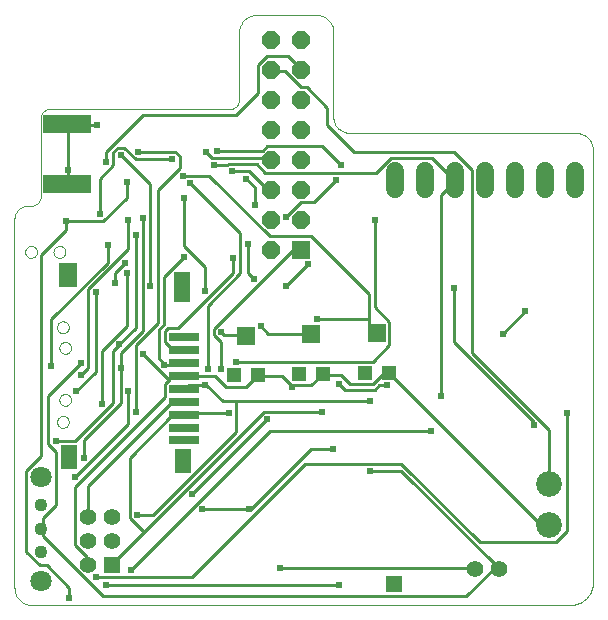
<source format=gbl>
G75*
%MOIN*%
%OFA0B0*%
%FSLAX24Y24*%
%IPPOS*%
%LPD*%
%AMOC8*
5,1,8,0,0,1.08239X$1,22.5*
%
%ADD10C,0.0000*%
%ADD11C,0.0436*%
%ADD12C,0.0709*%
%ADD13R,0.0531X0.0791*%
%ADD14R,0.0591X0.0815*%
%ADD15R,0.0531X0.0806*%
%ADD16R,0.1000X0.0295*%
%ADD17R,0.0531X0.1000*%
%ADD18R,0.1600X0.0600*%
%ADD19R,0.0560X0.0560*%
%ADD20C,0.0560*%
%ADD21R,0.0600X0.0600*%
%ADD22OC8,0.0600*%
%ADD23C,0.0600*%
%ADD24R,0.0591X0.0630*%
%ADD25R,0.0472X0.0472*%
%ADD26C,0.0860*%
%ADD27C,0.0100*%
%ADD28C,0.0240*%
D10*
X002038Y000848D02*
X002038Y013148D01*
X002041Y013188D01*
X002048Y013227D01*
X002058Y013266D01*
X002072Y013304D01*
X002089Y013340D01*
X002110Y013374D01*
X002133Y013407D01*
X002160Y013437D01*
X002189Y013464D01*
X002220Y013489D01*
X002254Y013511D01*
X002290Y013529D01*
X002327Y013545D01*
X002365Y013556D01*
X002404Y013565D01*
X002444Y013569D01*
X002484Y013570D01*
X002587Y013570D01*
X002586Y013570D02*
X002623Y013573D01*
X002659Y013580D01*
X002694Y013590D01*
X002728Y013605D01*
X002760Y013622D01*
X002790Y013643D01*
X002818Y013667D01*
X002843Y013694D01*
X002865Y013723D01*
X002884Y013755D01*
X002900Y013788D01*
X002912Y013823D01*
X002921Y013858D01*
X002925Y013895D01*
X002926Y013931D01*
X002924Y016531D01*
X002925Y016531D02*
X002927Y016563D01*
X002933Y016594D01*
X002942Y016624D01*
X002955Y016653D01*
X002972Y016680D01*
X002991Y016705D01*
X003014Y016728D01*
X003039Y016747D01*
X003066Y016764D01*
X003095Y016777D01*
X003125Y016786D01*
X003156Y016792D01*
X003188Y016794D01*
X009212Y016794D01*
X009244Y016796D01*
X009276Y016801D01*
X009307Y016809D01*
X009337Y016821D01*
X009366Y016835D01*
X009392Y016853D01*
X009417Y016873D01*
X009440Y016896D01*
X009460Y016921D01*
X009478Y016948D01*
X009492Y016976D01*
X009504Y017006D01*
X009512Y017037D01*
X009517Y017069D01*
X009519Y017101D01*
X009519Y019323D01*
X009521Y019372D01*
X009527Y019420D01*
X009536Y019468D01*
X009549Y019515D01*
X009566Y019561D01*
X009587Y019605D01*
X009611Y019647D01*
X009638Y019688D01*
X009668Y019726D01*
X009701Y019762D01*
X009737Y019795D01*
X009775Y019825D01*
X009816Y019852D01*
X009858Y019876D01*
X009902Y019897D01*
X009948Y019914D01*
X009995Y019927D01*
X010043Y019936D01*
X010091Y019942D01*
X010140Y019944D01*
X012090Y019944D01*
X012135Y019942D01*
X012180Y019937D01*
X012225Y019928D01*
X012269Y019916D01*
X012311Y019900D01*
X012352Y019881D01*
X012392Y019859D01*
X012430Y019834D01*
X012465Y019806D01*
X012499Y019775D01*
X012530Y019741D01*
X012558Y019706D01*
X012583Y019668D01*
X012605Y019628D01*
X012624Y019587D01*
X012640Y019545D01*
X012652Y019501D01*
X012661Y019456D01*
X012666Y019411D01*
X012668Y019366D01*
X012668Y016534D01*
X012670Y016490D01*
X012675Y016447D01*
X012684Y016405D01*
X012697Y016363D01*
X012712Y016322D01*
X012732Y016283D01*
X012754Y016246D01*
X012779Y016210D01*
X012807Y016177D01*
X012838Y016146D01*
X012871Y016118D01*
X012907Y016093D01*
X012944Y016071D01*
X012983Y016051D01*
X013024Y016036D01*
X013066Y016023D01*
X013108Y016014D01*
X013151Y016009D01*
X013195Y016007D01*
X020717Y016007D01*
X020765Y016005D01*
X020813Y015999D01*
X020860Y015990D01*
X020906Y015977D01*
X020952Y015960D01*
X020995Y015940D01*
X021037Y015917D01*
X021077Y015890D01*
X021115Y015860D01*
X021150Y015827D01*
X021183Y015792D01*
X021213Y015754D01*
X021240Y015714D01*
X021263Y015672D01*
X021283Y015629D01*
X021300Y015583D01*
X021313Y015537D01*
X021322Y015490D01*
X021328Y015442D01*
X021330Y015394D01*
X021330Y001050D01*
X021328Y000996D01*
X021323Y000942D01*
X021313Y000889D01*
X021301Y000837D01*
X021284Y000785D01*
X021265Y000735D01*
X021241Y000686D01*
X021215Y000639D01*
X021185Y000594D01*
X021153Y000551D01*
X021117Y000510D01*
X021079Y000472D01*
X021038Y000436D01*
X020995Y000404D01*
X020950Y000374D01*
X020903Y000348D01*
X020854Y000324D01*
X020804Y000305D01*
X020752Y000288D01*
X020700Y000276D01*
X020647Y000266D01*
X020593Y000261D01*
X020539Y000259D01*
X002628Y000259D01*
X002582Y000261D01*
X002536Y000266D01*
X002491Y000275D01*
X002446Y000288D01*
X002403Y000304D01*
X002361Y000323D01*
X002320Y000346D01*
X002282Y000371D01*
X002245Y000400D01*
X002212Y000432D01*
X002180Y000465D01*
X002151Y000502D01*
X002126Y000540D01*
X002103Y000581D01*
X002084Y000623D01*
X002068Y000666D01*
X002055Y000711D01*
X002046Y000756D01*
X002041Y000802D01*
X002039Y000848D01*
X003456Y006369D02*
X003458Y006396D01*
X003464Y006423D01*
X003473Y006449D01*
X003486Y006473D01*
X003502Y006496D01*
X003521Y006515D01*
X003543Y006532D01*
X003567Y006546D01*
X003592Y006556D01*
X003619Y006563D01*
X003646Y006566D01*
X003674Y006565D01*
X003701Y006560D01*
X003727Y006552D01*
X003751Y006540D01*
X003774Y006524D01*
X003795Y006506D01*
X003812Y006485D01*
X003827Y006461D01*
X003838Y006436D01*
X003846Y006410D01*
X003850Y006383D01*
X003850Y006355D01*
X003846Y006328D01*
X003838Y006302D01*
X003827Y006277D01*
X003812Y006253D01*
X003795Y006232D01*
X003774Y006214D01*
X003752Y006198D01*
X003727Y006186D01*
X003701Y006178D01*
X003674Y006173D01*
X003646Y006172D01*
X003619Y006175D01*
X003592Y006182D01*
X003567Y006192D01*
X003543Y006206D01*
X003521Y006223D01*
X003502Y006242D01*
X003486Y006265D01*
X003473Y006289D01*
X003464Y006315D01*
X003458Y006342D01*
X003456Y006369D01*
X003532Y007105D02*
X003534Y007132D01*
X003540Y007159D01*
X003549Y007185D01*
X003562Y007209D01*
X003578Y007232D01*
X003597Y007251D01*
X003619Y007268D01*
X003643Y007282D01*
X003668Y007292D01*
X003695Y007299D01*
X003722Y007302D01*
X003750Y007301D01*
X003777Y007296D01*
X003803Y007288D01*
X003827Y007276D01*
X003850Y007260D01*
X003871Y007242D01*
X003888Y007221D01*
X003903Y007197D01*
X003914Y007172D01*
X003922Y007146D01*
X003926Y007119D01*
X003926Y007091D01*
X003922Y007064D01*
X003914Y007038D01*
X003903Y007013D01*
X003888Y006989D01*
X003871Y006968D01*
X003850Y006950D01*
X003828Y006934D01*
X003803Y006922D01*
X003777Y006914D01*
X003750Y006909D01*
X003722Y006908D01*
X003695Y006911D01*
X003668Y006918D01*
X003643Y006928D01*
X003619Y006942D01*
X003597Y006959D01*
X003578Y006978D01*
X003562Y007001D01*
X003549Y007025D01*
X003540Y007051D01*
X003534Y007078D01*
X003532Y007105D01*
X003532Y008838D02*
X003534Y008865D01*
X003540Y008892D01*
X003549Y008918D01*
X003562Y008942D01*
X003578Y008965D01*
X003597Y008984D01*
X003619Y009001D01*
X003643Y009015D01*
X003668Y009025D01*
X003695Y009032D01*
X003722Y009035D01*
X003750Y009034D01*
X003777Y009029D01*
X003803Y009021D01*
X003827Y009009D01*
X003850Y008993D01*
X003871Y008975D01*
X003888Y008954D01*
X003903Y008930D01*
X003914Y008905D01*
X003922Y008879D01*
X003926Y008852D01*
X003926Y008824D01*
X003922Y008797D01*
X003914Y008771D01*
X003903Y008746D01*
X003888Y008722D01*
X003871Y008701D01*
X003850Y008683D01*
X003828Y008667D01*
X003803Y008655D01*
X003777Y008647D01*
X003750Y008642D01*
X003722Y008641D01*
X003695Y008644D01*
X003668Y008651D01*
X003643Y008661D01*
X003619Y008675D01*
X003597Y008692D01*
X003578Y008711D01*
X003562Y008734D01*
X003549Y008758D01*
X003540Y008784D01*
X003534Y008811D01*
X003532Y008838D01*
X003456Y009523D02*
X003458Y009550D01*
X003464Y009577D01*
X003473Y009603D01*
X003486Y009627D01*
X003502Y009650D01*
X003521Y009669D01*
X003543Y009686D01*
X003567Y009700D01*
X003592Y009710D01*
X003619Y009717D01*
X003646Y009720D01*
X003674Y009719D01*
X003701Y009714D01*
X003727Y009706D01*
X003751Y009694D01*
X003774Y009678D01*
X003795Y009660D01*
X003812Y009639D01*
X003827Y009615D01*
X003838Y009590D01*
X003846Y009564D01*
X003850Y009537D01*
X003850Y009509D01*
X003846Y009482D01*
X003838Y009456D01*
X003827Y009431D01*
X003812Y009407D01*
X003795Y009386D01*
X003774Y009368D01*
X003752Y009352D01*
X003727Y009340D01*
X003701Y009332D01*
X003674Y009327D01*
X003646Y009326D01*
X003619Y009329D01*
X003592Y009336D01*
X003567Y009346D01*
X003543Y009360D01*
X003521Y009377D01*
X003502Y009396D01*
X003486Y009419D01*
X003473Y009443D01*
X003464Y009469D01*
X003458Y009496D01*
X003456Y009523D01*
X003337Y012035D02*
X003339Y012062D01*
X003345Y012089D01*
X003354Y012115D01*
X003367Y012139D01*
X003383Y012162D01*
X003402Y012181D01*
X003424Y012198D01*
X003448Y012212D01*
X003473Y012222D01*
X003500Y012229D01*
X003527Y012232D01*
X003555Y012231D01*
X003582Y012226D01*
X003608Y012218D01*
X003632Y012206D01*
X003655Y012190D01*
X003676Y012172D01*
X003693Y012151D01*
X003708Y012127D01*
X003719Y012102D01*
X003727Y012076D01*
X003731Y012049D01*
X003731Y012021D01*
X003727Y011994D01*
X003719Y011968D01*
X003708Y011943D01*
X003693Y011919D01*
X003676Y011898D01*
X003655Y011880D01*
X003633Y011864D01*
X003608Y011852D01*
X003582Y011844D01*
X003555Y011839D01*
X003527Y011838D01*
X003500Y011841D01*
X003473Y011848D01*
X003448Y011858D01*
X003424Y011872D01*
X003402Y011889D01*
X003383Y011908D01*
X003367Y011931D01*
X003354Y011955D01*
X003345Y011981D01*
X003339Y012008D01*
X003337Y012035D01*
X002393Y012035D02*
X002395Y012062D01*
X002401Y012089D01*
X002410Y012115D01*
X002423Y012139D01*
X002439Y012162D01*
X002458Y012181D01*
X002480Y012198D01*
X002504Y012212D01*
X002529Y012222D01*
X002556Y012229D01*
X002583Y012232D01*
X002611Y012231D01*
X002638Y012226D01*
X002664Y012218D01*
X002688Y012206D01*
X002711Y012190D01*
X002732Y012172D01*
X002749Y012151D01*
X002764Y012127D01*
X002775Y012102D01*
X002783Y012076D01*
X002787Y012049D01*
X002787Y012021D01*
X002783Y011994D01*
X002775Y011968D01*
X002764Y011943D01*
X002749Y011919D01*
X002732Y011898D01*
X002711Y011880D01*
X002689Y011864D01*
X002664Y011852D01*
X002638Y011844D01*
X002611Y011839D01*
X002583Y011838D01*
X002556Y011841D01*
X002529Y011848D01*
X002504Y011858D01*
X002480Y011872D01*
X002458Y011889D01*
X002439Y011908D01*
X002423Y011931D01*
X002410Y011955D01*
X002401Y011981D01*
X002395Y012008D01*
X002393Y012035D01*
D11*
X002928Y003601D03*
X002928Y002814D03*
X002928Y002027D03*
D12*
X002928Y001082D03*
X002928Y004546D03*
D13*
X007658Y005073D03*
D14*
X003824Y011251D03*
D15*
X003857Y005198D03*
D16*
X007703Y005767D03*
X007703Y006180D03*
X007703Y006613D03*
X007703Y007046D03*
X007703Y007479D03*
X007703Y007912D03*
X007703Y008346D03*
X007703Y008779D03*
X007703Y009212D03*
D17*
X007625Y010857D03*
D18*
X003775Y014286D03*
X003775Y016286D03*
D19*
X005279Y001613D03*
X014692Y000960D03*
D20*
X017393Y001464D03*
X018180Y001464D03*
X005279Y002401D03*
X005279Y003188D03*
X004491Y003188D03*
X004491Y002401D03*
X004491Y001613D03*
D21*
X011594Y012113D03*
D22*
X011594Y013113D03*
X011594Y014113D03*
X011594Y015113D03*
X011594Y016113D03*
X011594Y017113D03*
X011594Y018113D03*
X011594Y019113D03*
X010594Y019113D03*
X010594Y018113D03*
X010594Y017113D03*
X010594Y016113D03*
X010594Y015113D03*
X010594Y014113D03*
X010594Y013113D03*
X010594Y012113D03*
D23*
X014727Y014124D02*
X014727Y014724D01*
X015727Y014724D02*
X015727Y014124D01*
X016727Y014124D02*
X016727Y014724D01*
X017727Y014724D02*
X017727Y014124D01*
X018727Y014124D02*
X018727Y014724D01*
X019727Y014724D02*
X019727Y014124D01*
X020727Y014124D02*
X020727Y014724D01*
D24*
X014121Y009318D03*
X011916Y009286D03*
X009755Y009239D03*
D25*
X010149Y007930D03*
X009361Y007930D03*
X011523Y007977D03*
X012310Y007977D03*
X013727Y008009D03*
X014515Y008009D03*
D26*
X019857Y004310D03*
X019857Y002932D03*
D27*
X019853Y002966D01*
X019558Y002966D01*
X014515Y008009D01*
X014489Y007985D01*
X014342Y007985D01*
X013997Y007641D01*
X013210Y007641D01*
X012914Y007936D01*
X012324Y007936D01*
X012310Y007977D01*
X012275Y007936D01*
X011930Y007592D01*
X011290Y007592D01*
X011290Y007542D01*
X011290Y007592D02*
X011241Y007592D01*
X010946Y007887D01*
X010158Y007887D01*
X010149Y007930D01*
X010109Y007887D01*
X009765Y007542D01*
X009076Y007542D01*
X008731Y007887D01*
X007747Y007887D01*
X007703Y007912D01*
X007698Y007887D01*
X007304Y007887D01*
X007181Y007764D01*
X006320Y008625D01*
X006074Y008920D02*
X006074Y006706D01*
X005828Y006312D02*
X005828Y007395D01*
X005582Y007001D02*
X005582Y008182D01*
X005582Y008674D01*
X006320Y009412D01*
X006320Y013153D01*
X005828Y013103D02*
X005828Y012119D01*
X004499Y010790D01*
X004499Y008182D01*
X004253Y007936D01*
X004253Y008330D02*
X003170Y007247D01*
X003170Y005623D01*
X003416Y005377D01*
X003416Y003605D01*
X002973Y003162D01*
X002973Y002818D01*
X002928Y002814D01*
X002973Y002769D01*
X002973Y002572D01*
X004991Y000554D01*
X017097Y000554D01*
X018082Y001538D01*
X018180Y001464D01*
X018180Y001489D01*
X014932Y004737D01*
X013899Y004737D01*
X014932Y004983D02*
X011733Y004983D01*
X007944Y001194D01*
X004745Y001194D01*
X005090Y000948D02*
X012865Y000948D01*
X010897Y001489D02*
X017393Y001489D01*
X017393Y001464D01*
X017540Y002375D02*
X014932Y004983D01*
X015916Y006066D02*
X010552Y006066D01*
X005926Y001440D01*
X005286Y001637D02*
X005279Y001613D01*
X005286Y001637D02*
X006344Y002695D01*
X005877Y003162D01*
X005877Y005180D01*
X007304Y006607D01*
X007698Y006607D01*
X007703Y006613D01*
X007747Y006657D01*
X009174Y006657D01*
X008977Y007050D02*
X008436Y007592D01*
X008387Y007592D01*
X007845Y007592D01*
X007747Y007493D01*
X007703Y007479D01*
X007703Y007046D02*
X007698Y007001D01*
X007255Y007001D01*
X004499Y004245D01*
X004499Y003212D01*
X004491Y003188D01*
X004056Y002277D02*
X004056Y004196D01*
X007058Y007198D01*
X007058Y007641D01*
X007181Y007764D01*
X007009Y008281D02*
X007009Y008330D01*
X006861Y008477D01*
X006861Y009462D01*
X007009Y009609D01*
X007009Y011184D01*
X007698Y011873D01*
X007698Y012218D02*
X008387Y011529D01*
X008387Y010741D01*
X008485Y010249D02*
X009568Y011332D01*
X009568Y012661D01*
X007895Y014334D01*
X007649Y014580D02*
X008534Y014580D01*
X010552Y012562D01*
X011930Y012562D01*
X013849Y010643D01*
X013849Y009806D01*
X012127Y009806D01*
X011881Y009314D02*
X011916Y009286D01*
X011881Y009314D02*
X010503Y009314D01*
X010257Y009560D01*
X009755Y009239D02*
X009716Y009265D01*
X009027Y009265D01*
X008928Y009363D01*
X008682Y009265D02*
X008682Y009462D01*
X011290Y012070D01*
X011586Y012070D01*
X011594Y012113D01*
X011832Y011627D02*
X011094Y010889D01*
X010011Y011135D02*
X009814Y011332D01*
X009814Y012316D01*
X009322Y011824D02*
X009322Y011332D01*
X007501Y009511D01*
X007156Y009511D01*
X007058Y009412D01*
X007058Y009019D01*
X007255Y008822D01*
X007698Y008822D01*
X007703Y008779D01*
X007703Y008346D02*
X007698Y008330D01*
X007649Y008281D01*
X007009Y008281D01*
X006074Y008920D02*
X006812Y009659D01*
X006812Y014088D01*
X007550Y014826D01*
X007550Y015220D01*
X007403Y015367D01*
X006172Y015367D01*
X006074Y015121D02*
X007304Y015121D01*
X006566Y014285D02*
X005582Y015269D01*
X005680Y015515D02*
X005483Y015515D01*
X005336Y015367D01*
X005336Y014924D01*
X004893Y014481D01*
X004893Y013300D01*
X004991Y013054D02*
X003761Y013054D01*
X003761Y012759D01*
X002924Y011922D01*
X002924Y005229D01*
X002432Y004737D01*
X002432Y002031D01*
X002875Y001588D01*
X003121Y001588D01*
X003859Y000849D01*
X003859Y000505D01*
X004491Y001613D02*
X004450Y001637D01*
X004450Y001883D01*
X004056Y002277D01*
X006123Y003261D02*
X006664Y003261D01*
X009420Y006017D01*
X009420Y007050D01*
X013899Y007050D01*
X014046Y007444D02*
X013062Y007444D01*
X012865Y007641D01*
X012275Y006706D02*
X010355Y006706D01*
X006344Y002695D01*
X007944Y003950D02*
X010454Y006460D01*
X009420Y007050D02*
X008977Y007050D01*
X008928Y008133D02*
X008928Y009019D01*
X008682Y009265D01*
X008485Y010249D02*
X008485Y008133D01*
X009420Y008379D02*
X013997Y008379D01*
X014538Y008920D01*
X014538Y009708D01*
X014046Y010200D01*
X014046Y013103D01*
X012767Y014432D02*
X012029Y013694D01*
X011586Y013694D01*
X011094Y013202D01*
X010594Y014113D02*
X010552Y014137D01*
X010454Y014137D01*
X009863Y014727D01*
X009273Y014727D01*
X009125Y014924D02*
X009174Y014974D01*
X010109Y014974D01*
X010405Y014678D01*
X014095Y014678D01*
X014588Y015170D01*
X015966Y015170D01*
X016704Y014432D01*
X016727Y014424D01*
X016704Y014383D01*
X016261Y013940D01*
X016261Y007247D01*
X017294Y008674D02*
X019853Y006115D01*
X019853Y004344D01*
X019857Y004310D01*
X020444Y002720D02*
X020099Y002375D01*
X017540Y002375D01*
X020444Y002720D02*
X020444Y006657D01*
X019361Y006361D02*
X016704Y009019D01*
X016704Y010840D01*
X018328Y009314D02*
X019066Y010052D01*
X017294Y008674D02*
X017294Y014777D01*
X016704Y015367D01*
X013357Y015367D01*
X012471Y016253D01*
X012471Y016844D01*
X011782Y017533D01*
X011586Y017533D01*
X011044Y018074D01*
X010601Y018074D01*
X010594Y018113D01*
X010158Y018271D02*
X010454Y018566D01*
X011143Y018566D01*
X011586Y018123D01*
X011594Y018113D01*
X010158Y018271D02*
X010158Y017336D01*
X009420Y016598D01*
X006320Y016598D01*
X005090Y015367D01*
X005090Y015023D01*
X005680Y015515D02*
X006074Y015121D01*
X005779Y014383D02*
X005779Y013842D01*
X004991Y013054D01*
X005139Y012267D02*
X005139Y011676D01*
X003269Y009806D01*
X003269Y008231D01*
X004105Y007395D02*
X004745Y008035D01*
X004745Y010692D01*
X005385Y010987D02*
X005385Y011332D01*
X005729Y011676D01*
X005779Y011332D02*
X005779Y009560D01*
X004942Y008724D01*
X004942Y006952D01*
X005336Y007001D02*
X005336Y008724D01*
X005532Y008920D01*
X005532Y008970D01*
X006074Y009511D01*
X006074Y012611D01*
X007698Y012218D02*
X007698Y013842D01*
X006566Y014285D02*
X006566Y010889D01*
X010060Y013596D02*
X010060Y014186D01*
X009765Y014481D01*
X009125Y014924D02*
X008682Y014924D01*
X008633Y015170D02*
X010503Y015170D01*
X010552Y015121D01*
X010594Y015113D01*
X010306Y015416D02*
X010454Y015564D01*
X012275Y015564D01*
X012914Y014924D01*
X010306Y015416D02*
X008781Y015416D01*
X008633Y015170D02*
X008436Y015367D01*
X004794Y016253D02*
X003859Y016253D01*
X003775Y016286D01*
X003810Y016253D01*
X003810Y014777D01*
X003810Y014334D01*
X003775Y014286D01*
X005336Y007001D02*
X004056Y005722D01*
X003416Y005722D01*
X004351Y005771D02*
X004351Y005180D01*
X004351Y005771D02*
X005582Y007001D01*
X005828Y006312D02*
X004056Y004540D01*
X008288Y003458D02*
X009863Y003458D01*
X009912Y003458D01*
X011930Y005475D01*
X012668Y005475D01*
X014046Y007444D02*
X014194Y007592D01*
X014440Y007592D01*
X014121Y009318D02*
X014095Y009363D01*
X013849Y009609D01*
X013849Y009806D01*
X019361Y006361D02*
X019361Y006263D01*
D28*
X019361Y006263D03*
X020444Y006657D03*
X018328Y009314D03*
X019066Y010052D03*
X016704Y010840D03*
X014046Y013103D03*
X012767Y014432D03*
X012914Y014924D03*
X011094Y013202D03*
X010060Y013596D03*
X009765Y014481D03*
X009273Y014727D03*
X008682Y014924D03*
X008781Y015416D03*
X008436Y015367D03*
X007649Y014580D03*
X007895Y014334D03*
X007698Y013842D03*
X007304Y015121D03*
X006172Y015367D03*
X005582Y015269D03*
X005090Y015023D03*
X005779Y014383D03*
X004893Y013300D03*
X005828Y013103D03*
X006320Y013153D03*
X006074Y012611D03*
X005729Y011676D03*
X005779Y011332D03*
X005385Y010987D03*
X004745Y010692D03*
X005139Y012267D03*
X003761Y013054D03*
X003810Y014777D03*
X004794Y016253D03*
X007698Y011873D03*
X006566Y010889D03*
X008387Y010741D03*
X009322Y011824D03*
X009814Y012316D03*
X010011Y011135D03*
X011094Y010889D03*
X011832Y011627D03*
X012127Y009806D03*
X010257Y009560D03*
X008928Y009363D03*
X009420Y008379D03*
X008928Y008133D03*
X008485Y008133D03*
X008387Y007592D03*
X009174Y006657D03*
X010454Y006460D03*
X011290Y007542D03*
X012275Y006706D03*
X012865Y007641D03*
X013899Y007050D03*
X014440Y007592D03*
X015916Y006066D03*
X016261Y007247D03*
X013899Y004737D03*
X012668Y005475D03*
X009863Y003458D03*
X008288Y003458D03*
X007944Y003950D03*
X006123Y003261D03*
X005926Y001440D03*
X005090Y000948D03*
X004745Y001194D03*
X003859Y000505D03*
X004056Y004540D03*
X004351Y005180D03*
X003416Y005722D03*
X004105Y007395D03*
X004253Y007936D03*
X004253Y008330D03*
X003269Y008231D03*
X004942Y006952D03*
X005828Y007395D03*
X006074Y006706D03*
X005582Y008182D03*
X006320Y008625D03*
X007009Y008281D03*
X005532Y008970D03*
X010897Y001489D03*
X012865Y000948D03*
M02*

</source>
